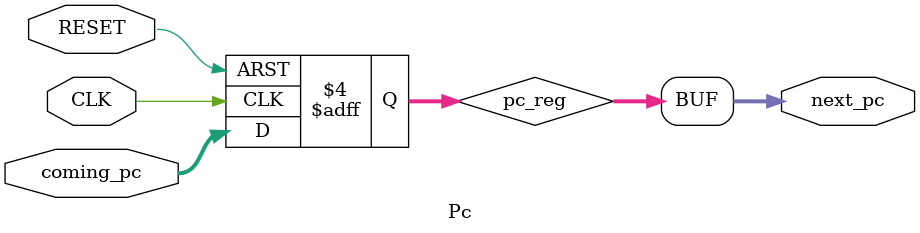
<source format=v>
`timescale 1ns / 1ps
module Pc(
    input CLK,
    input RESET,
    input [31:0] coming_pc,
	 output [31:0] next_pc
    );
	 
	reg[31:0] pc_reg;
	initial pc_reg = 32'b00000000000000000000000000000000;
	assign next_pc = pc_reg; 
	
	always@(posedge RESET, negedge CLK)
		begin
			if (RESET == 1) pc_reg <= 0;
			else	pc_reg <= coming_pc;
		end
		
		
endmodule

</source>
